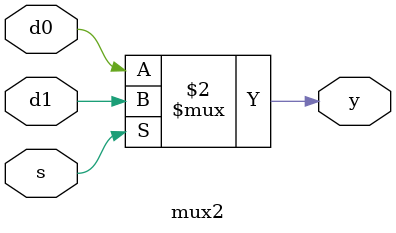
<source format=v>
module mux2(d0, d1, s, y);								//declare MUX2 module
 input d0, d1; 											//set input
 input s; 													//set input
 output y; 													//set output
 
 assign y=(s==1'b0)?d0:d1; 							//assign y if(s is 1) to d0 else d1
 
endmodule
</source>
